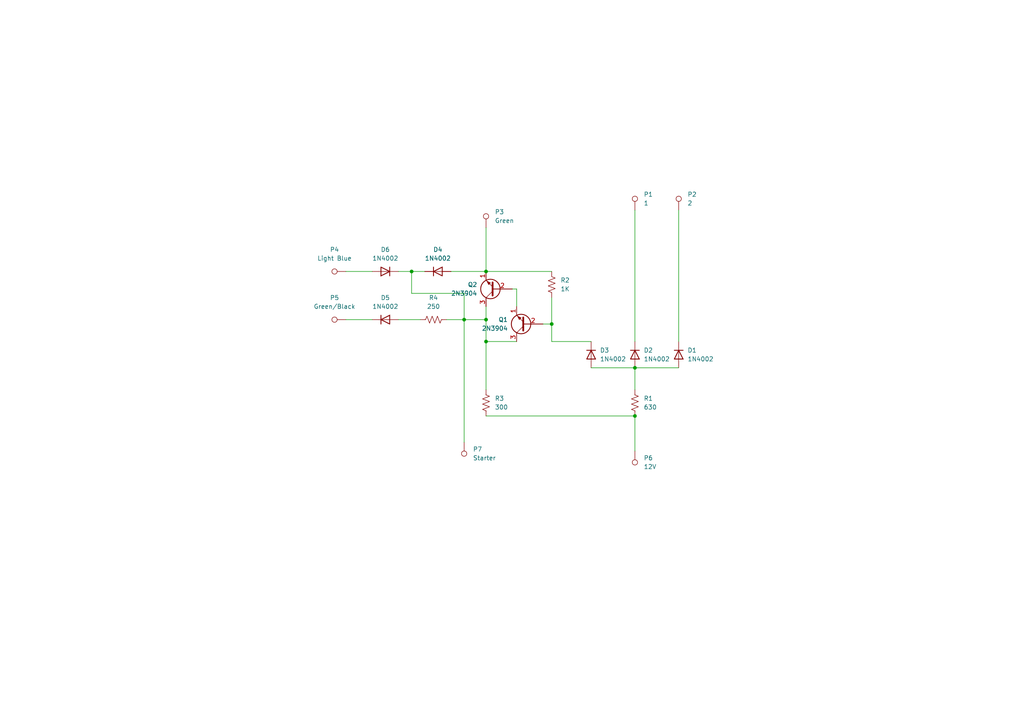
<source format=kicad_sch>
(kicad_sch (version 20211123) (generator eeschema)
  (paper "A4")
  (lib_symbols
    (symbol "Connector:TestPoint" (pin_numbers hide) (pin_names (offset 0.762) hide)
      (property "Reference" "TP" (at 0 6.858 0))
      (property "Value" "TestPoint" (at 0 5.08 0))
      (symbol "TestPoint_0_1"
        (circle (center 0 3.302) (radius 0.762))
      )
      (symbol "TestPoint_1_1"
        (pin passive line (at 0 0 90) (length 2.54) (name "1") (number "1"))
      )
    )
    (symbol "Device:R_US" (pin_numbers hide) (pin_names (offset 0))
      (property "Reference" "R" (at 2.54 0 90))
      (property "Value" "R_US" (at -2.54 0 90))
      (symbol "R_US_0_1"
        (polyline (pts (xy 0 -2.286) (xy 0 -2.54)))
        (polyline (pts (xy 0 2.286) (xy 0 2.54)))
        (polyline (pts (xy 0 -0.762) (xy 1.016 -1.143) (xy 0 -1.524) (xy -1.016 -1.905) (xy 0 -2.286)))
        (polyline (pts (xy 0 0.762) (xy 1.016 0.381) (xy 0 0) (xy -1.016 -0.381) (xy 0 -0.762)))
        (polyline (pts (xy 0 2.286) (xy 1.016 1.905) (xy 0 1.524) (xy -1.016 1.143) (xy 0 0.762)))
      )
      (symbol "R_US_1_1"
        (pin passive line (at 0 3.81 270) (length 1.27) (name "~") (number "1"))
        (pin passive line (at 0 -3.81 90) (length 1.27) (name "~") (number "2"))
      )
    )
    (symbol "Diode:1N4002" (pin_numbers hide) (pin_names (offset 1.016) hide)
      (property "Reference" "D" (at 0 2.54 0))
      (property "Value" "1N4002" (at 0 -2.54 0))
      (symbol "1N4002_0_1"
        (polyline (pts (xy -1.27 1.27) (xy -1.27 -1.27)) (stroke (width 0.254)))
        (polyline (pts (xy 1.27 0) (xy -1.27 0)))
        (polyline (pts (xy 1.27 1.27) (xy 1.27 -1.27) (xy -1.27 0) (xy 1.27 1.27)) (stroke (width 0.254)))
      )
      (symbol "1N4002_1_1"
        (pin passive line (at -3.81 0 0) (length 2.54) (name "K") (number "1"))
        (pin passive line (at 3.81 0 180) (length 2.54) (name "A") (number "2"))
      )
    )
    (symbol "Transistor_BJT:2N3904" (pin_names (offset 0) hide)
      (property "Reference" "Q" (at 5.08 1.905 0))
      (property "Value" "2N3904" (at 5.08 0 0))
      (symbol "2N3904_0_1"
        (polyline (pts (xy 0.635 0.635) (xy 2.54 2.54)))
        (polyline (pts (xy 0.635 -0.635) (xy 2.54 -2.54) (xy 2.54 -2.54)))
        (polyline (pts (xy 0.635 1.905) (xy 0.635 -1.905) (xy 0.635 -1.905)) (stroke (width 0.508)))
        (polyline (pts (xy 1.27 -1.778) (xy 1.778 -1.27) (xy 2.286 -2.286) (xy 1.27 -1.778) (xy 1.27 -1.778)) (fill (type outline)))
        (circle (center 1.27 0) (radius 2.8194) (stroke (width 0.254)))
      )
      (symbol "2N3904_1_1"
        (pin passive line (at 2.54 -5.08 90) (length 2.54) (name "E") (number "1"))
        (pin passive line (at -5.08 0 0) (length 5.715) (name "B") (number "2"))
        (pin passive line (at 2.54 5.08 270) (length 2.54) (name "C") (number "3"))
      )
    )
  )
  (junction (at 184.15 106.68))
  (junction (at 160.02 93.98))
  (junction (at 184.15 120.65))
  (junction (at 134.62 92.71))
  (junction (at 140.97 78.74))
  (junction (at 140.97 92.71))
  (junction (at 140.97 99.06))
  (junction (at 119.38 78.74))
  (wire (pts (xy 140.97 66.04) (xy 140.97 78.74)))
  (wire (pts (xy 184.15 106.68) (xy 196.85 106.68)))
  (wire (pts (xy 148.59 83.82) (xy 149.86 83.82)))
  (wire (pts (xy 171.45 106.68) (xy 184.15 106.68)))
  (wire (pts (xy 160.02 99.06) (xy 160.02 93.98)))
  (wire (pts (xy 184.15 106.68) (xy 184.15 113.03)))
  (wire (pts (xy 100.33 92.71) (xy 107.95 92.71)))
  (wire (pts (xy 140.97 99.06) (xy 140.97 113.03)))
  (wire (pts (xy 115.57 78.74) (xy 119.38 78.74)))
  (wire (pts (xy 140.97 120.65) (xy 184.15 120.65)))
  (wire (pts (xy 149.86 99.06) (xy 140.97 99.06)))
  (wire (pts (xy 134.62 92.71) (xy 140.97 92.71)))
  (wire (pts (xy 160.02 86.36) (xy 160.02 93.98)))
  (wire (pts (xy 149.86 83.82) (xy 149.86 88.9)))
  (wire (pts (xy 140.97 92.71) (xy 140.97 99.06)))
  (wire (pts (xy 130.81 78.74) (xy 140.97 78.74)))
  (wire (pts (xy 184.15 120.65) (xy 184.15 130.81)))
  (wire (pts (xy 115.57 92.71) (xy 121.92 92.71)))
  (wire (pts (xy 134.62 92.71) (xy 134.62 128.27)))
  (wire (pts (xy 196.85 60.96) (xy 196.85 99.06)))
  (wire (pts (xy 119.38 85.09) (xy 119.38 78.74)))
  (wire (pts (xy 134.62 92.71) (xy 134.62 85.09)))
  (wire (pts (xy 184.15 60.96) (xy 184.15 99.06)))
  (wire (pts (xy 140.97 88.9) (xy 140.97 92.71)))
  (wire (pts (xy 100.33 78.74) (xy 107.95 78.74)))
  (wire (pts (xy 160.02 93.98) (xy 157.48 93.98)))
  (wire (pts (xy 134.62 85.09) (xy 119.38 85.09)))
  (wire (pts (xy 119.38 78.74) (xy 123.19 78.74)))
  (wire (pts (xy 171.45 99.06) (xy 160.02 99.06)))
  (wire (pts (xy 129.54 92.71) (xy 134.62 92.71)))
  (wire (pts (xy 140.97 78.74) (xy 160.02 78.74)))
  (symbol (lib_id "Connector:TestPoint") (at 196.85 60.96 0) (unit 1)
    (property "Reference" "P2" (at 199.39 56.3879 0) (effects (justify left)))
    (property "Value" "2" (at 199.39 58.9279 0) (effects (justify left)))
    (property "Footprint" "TestPoint:TestPoint_THTPad_D4.0mm_Drill2.0mm" (effects hide))
  )
  (symbol (lib_id "Connector:TestPoint") (at 184.15 60.96 0) (unit 1)
    (property "Reference" "P1" (at 186.69 56.3879 0) (effects (justify left)))
    (property "Value" "1" (at 186.69 58.9279 0) (effects (justify left)))
    (property "Footprint" "TestPoint:TestPoint_THTPad_D4.0mm_Drill2.0mm" (effects hide))
  )
  (symbol (lib_id "Diode:1N4002") (at 196.85 102.87 270) (unit 1)
    (property "Reference" "D1" (at 199.39 101.5999 90) (effects (justify left)))
    (property "Value" "1N4002" (at 199.39 104.1399 90) (effects (justify left)))
    (property "Footprint" "Diode_THT:D_DO-41_SOD81_P10.16mm_Horizontal" (effects hide))
    (property "Datasheet" "http://www.vishay.com/docs/88503/1n4001.pdf" (effects hide))
  )
  (symbol (lib_id "Transistor_BJT:2N3904") (at 152.4 93.98 180) (unit 1)
    (property "Reference" "Q1" (at 147.32 92.7099 0) (effects (justify left)))
    (property "Value" "2N3904" (at 147.32 95.2499 0) (effects (justify left)))
    (property "Footprint" "Package_TO_SOT_THT:TO-92_Inline" (effects hide))
    (property "Datasheet" "https://www.onsemi.com/pub/Collateral/2N3903-D.PDF" (effects hide))
  )
  (symbol (lib_id "Connector:TestPoint") (at 134.62 128.27 180) (unit 1)
    (property "Reference" "P7" (at 137.16 130.3019 0) (effects (justify right)))
    (property "Value" "Starter" (at 137.16 132.8419 0) (effects (justify right)))
    (property "Footprint" "TestPoint:TestPoint_THTPad_D4.0mm_Drill2.0mm" (effects hide))
  )
  (symbol (lib_id "Device:R_US") (at 160.02 82.55 0) (unit 1)
    (property "Reference" "R2" (at 162.56 81.2799 0) (effects (justify left)))
    (property "Value" "1K" (at 162.56 83.8199 0) (effects (justify left)))
    (property "Footprint" "Resistor_THT:R_Axial_DIN0411_L9.9mm_D3.6mm_P15.24mm_Horizontal" (effects hide))
  )
  (symbol (lib_id "Device:R_US") (at 184.15 116.84 180) (unit 1)
    (property "Reference" "R1" (at 186.69 115.5699 0) (effects (justify right)))
    (property "Value" "630" (at 186.69 118.1099 0) (effects (justify right)))
    (property "Footprint" "Resistor_THT:R_Axial_DIN0411_L9.9mm_D3.6mm_P15.24mm_Horizontal" (effects hide))
  )
  (symbol (lib_id "Diode:1N4002") (at 184.15 102.87 270) (unit 1)
    (property "Reference" "D2" (at 186.69 101.5999 90) (effects (justify left)))
    (property "Value" "1N4002" (at 186.69 104.1399 90) (effects (justify left)))
    (property "Footprint" "Diode_THT:D_DO-41_SOD81_P10.16mm_Horizontal" (effects hide))
    (property "Datasheet" "http://www.vishay.com/docs/88503/1n4001.pdf" (effects hide))
  )
  (symbol (lib_id "Transistor_BJT:2N3904") (at 143.51 83.82 180) (unit 1)
    (property "Reference" "Q2" (at 138.43 82.5499 0) (effects (justify left)))
    (property "Value" "2N3904" (at 138.43 85.0899 0) (effects (justify left)))
    (property "Footprint" "Package_TO_SOT_THT:TO-92_Inline" (effects hide))
    (property "Datasheet" "https://www.onsemi.com/pub/Collateral/2N3903-D.PDF" (effects hide))
  )
  (symbol (lib_id "Connector:TestPoint") (at 140.97 66.04 0) (unit 1)
    (property "Reference" "P3" (at 143.51 61.4679 0) (effects (justify left)))
    (property "Value" "Green" (at 143.51 64.0079 0) (effects (justify left)))
    (property "Footprint" "TestPoint:TestPoint_THTPad_D4.0mm_Drill2.0mm" (effects hide))
  )
  (symbol (lib_id "Device:R_US") (at 125.73 92.71 90) (unit 1)
    (property "Reference" "R4" (at 125.73 86.36 90))
    (property "Value" "250" (at 125.73 88.9 90))
    (property "Footprint" "Resistor_THT:R_Axial_DIN0411_L9.9mm_D3.6mm_P15.24mm_Horizontal" (effects hide))
  )
  (symbol (lib_id "Connector:TestPoint") (at 100.33 92.71 90) (unit 1)
    (property "Reference" "P5" (at 97.028 86.36 90))
    (property "Value" "Green/Black" (at 97.028 88.9 90))
    (property "Footprint" "TestPoint:TestPoint_THTPad_D4.0mm_Drill2.0mm" (effects hide))
  )
  (symbol (lib_id "Connector:TestPoint") (at 184.15 130.81 180) (unit 1)
    (property "Reference" "P6" (at 186.69 132.8419 0) (effects (justify right)))
    (property "Value" "12V" (at 186.69 135.3819 0) (effects (justify right)))
    (property "Footprint" "TestPoint:TestPoint_THTPad_D4.0mm_Drill2.0mm" (effects hide))
  )
  (symbol (lib_id "Diode:1N4002") (at 111.76 92.71 0) (unit 1)
    (property "Reference" "D5" (at 111.76 86.36 0))
    (property "Value" "1N4002" (at 111.76 88.9 0))
    (property "Footprint" "Diode_THT:D_DO-41_SOD81_P10.16mm_Horizontal" (effects hide))
    (property "Datasheet" "http://www.vishay.com/docs/88503/1n4001.pdf" (effects hide))
  )
  (symbol (lib_id "Diode:1N4002") (at 127 78.74 0) (unit 1)
    (property "Reference" "D4" (at 127 72.39 0))
    (property "Value" "1N4002" (at 127 74.93 0))
    (property "Footprint" "Diode_THT:D_DO-41_SOD81_P10.16mm_Horizontal" (effects hide))
    (property "Datasheet" "http://www.vishay.com/docs/88503/1n4001.pdf" (effects hide))
  )
  (symbol (lib_id "Connector:TestPoint") (at 100.33 78.74 90) (unit 1)
    (property "Reference" "P4" (at 97.028 72.39 90))
    (property "Value" "Light Blue" (at 97.028 74.93 90))
    (property "Footprint" "TestPoint:TestPoint_THTPad_D4.0mm_Drill2.0mm" (effects hide))
  )
  (symbol (lib_id "Diode:1N4002") (at 111.76 78.74 180) (unit 1)
    (property "Reference" "D6" (at 111.76 72.39 0))
    (property "Value" "1N4002" (at 111.76 74.93 0))
    (property "Footprint" "Diode_THT:D_DO-41_SOD81_P10.16mm_Horizontal" (effects hide))
    (property "Datasheet" "http://www.vishay.com/docs/88503/1n4001.pdf" (effects hide))
  )
  (symbol (lib_id "Device:R_US") (at 140.97 116.84 0) (unit 1)
    (property "Reference" "R3" (at 143.51 115.5699 0) (effects (justify left)))
    (property "Value" "300" (at 143.51 118.1099 0) (effects (justify left)))
    (property "Footprint" "Resistor_THT:R_Axial_DIN0411_L9.9mm_D3.6mm_P15.24mm_Horizontal" (effects hide))
  )
  (symbol (lib_id "Diode:1N4002") (at 171.45 102.87 270) (unit 1)
    (property "Reference" "D3" (at 173.99 101.5999 90) (effects (justify left)))
    (property "Value" "1N4002" (at 173.99 104.1399 90) (effects (justify left)))
    (property "Footprint" "Diode_THT:D_DO-41_SOD81_P10.16mm_Horizontal" (effects hide))
    (property "Datasheet" "http://www.vishay.com/docs/88503/1n4001.pdf" (effects hide))
  )
)
</source>
